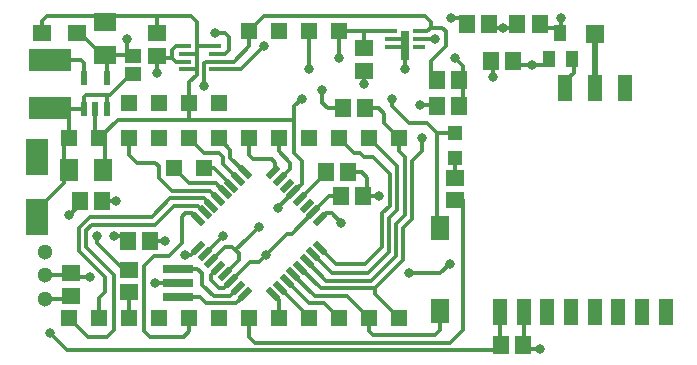
<source format=gtl>
%FSLAX35Y35*%
%MOIN*%
%IN16=KupferobenL2(X.Top)*%
%ADD10C,0.00591*%
%ADD11C,0.00004*%
%ADD12C,0.00154*%
%ADD13C,0.00192*%
%ADD14C,0.00197*%
%ADD15C,0.00200*%
%ADD16C,0.00240*%
%ADD17C,0.00288*%
%ADD18C,0.00300*%
%ADD19C,0.00394*%
%ADD20C,0.00400*%
%ADD21C,0.00450*%
%ADD22C,0.00500*%
%ADD23C,0.00600*%
%ADD24C,0.00787*%
%ADD25C,0.00800*%
%ADD26C,0.01000*%
%ADD27C,0.01024*%
%ADD28C,0.01181*%
%ADD29C,0.01575*%
%ADD30C,0.01969*%
%ADD31C,0.02362*%
%ADD32C,0.03150*%
%ADD33C,0.05000*%
%ADD34C,0.05118*%
%ADD35C,0.07087*%
%ADD36C,0.09843*%
%AMR_37*21,1,0.00591,0.01181,0,0,0.000*%
%ADD37R_37*%
%AMR_38*21,1,0.00600,0.07200,0,0,0.000*%
%ADD38R_38*%
%AMR_39*21,1,0.00787,0.04724,0,0,0.000*%
%ADD39R_39*%
%AMR_40*21,1,0.00788,0.03150,0,0,0.000*%
%ADD40R_40*%
%AMR_41*21,1,0.01181,0.01181,0,0,0.000*%
%ADD41R_41*%
%AMR_42*21,1,0.01250,0.04375,0,0,0.000*%
%ADD42R_42*%
%AMR_43*21,1,0.01400,0.05600,0,0,0.000*%
%ADD43R_43*%
%AMR_44*21,1,0.01574,0.03150,0,0,0.000*%
%ADD44R_44*%
%AMR_45*21,1,0.01574,0.04724,0,0,0.000*%
%ADD45R_45*%
%AMR_46*21,1,0.01800,0.02300,0,0,0.000*%
%ADD46R_46*%
%AMR_47*21,1,0.01969,0.02559,0,0,0.000*%
%ADD47R_47*%
%AMR_48*21,1,0.01969,0.05118,0,0,45.000*%
%ADD48R_48*%
%AMR_49*21,1,0.02000,0.02000,0,0,0.000*%
%ADD49R_49*%
%AMR_50*21,1,0.02165,0.04724,0,0,0.000*%
%ADD50R_50*%
%AMR_51*21,1,0.02500,0.02500,0,0,0.000*%
%ADD51R_51*%
%AMR_52*21,1,0.02500,0.05000,0,0,0.000*%
%ADD52R_52*%
%AMR_53*21,1,0.02559,0.05906,0,0,0.000*%
%ADD53R_53*%
%AMR_54*21,1,0.02756,0.09843,0,0,270.000*%
%ADD54R_54*%
%AMR_55*21,1,0.02953,0.05709,0,0,0.000*%
%ADD55R_55*%
%AMR_56*21,1,0.02953,0.06693,0,0,0.000*%
%ADD56R_56*%
%AMR_57*21,1,0.03150,0.00788,0,0,0.000*%
%ADD57R_57*%
%AMR_58*21,1,0.03150,0.01574,0,0,0.000*%
%ADD58R_58*%
%AMR_59*21,1,0.03750,0.01875,0,0,0.000*%
%ADD59R_59*%
%AMR_60*21,1,0.03937,0.01575,0,0,180.000*%
%ADD60R_60*%
%AMR_61*21,1,0.03937,0.05512,0,0,0.000*%
%ADD61R_61*%
%AMR_62*21,1,0.04600,0.05512,0,0,90.000*%
%ADD62R_62*%
%AMR_63*21,1,0.04600,0.05512,0,0,180.000*%
%ADD63R_63*%
%AMR_64*21,1,0.04724,0.01574,0,0,0.000*%
%ADD64R_64*%
%AMR_65*21,1,0.04724,0.04724,0,0,0.000*%
%ADD65R_65*%
%AMR_66*21,1,0.05118,0.01969,0,0,45.000*%
%ADD66R_66*%
%AMR_67*21,1,0.05118,0.05906,0,0,0.000*%
%ADD67R_67*%
%AMR_68*21,1,0.05118,0.05906,0,0,90.000*%
%ADD68R_68*%
%AMR_69*21,1,0.05118,0.05906,0,0,180.000*%
%ADD69R_69*%
%AMR_70*21,1,0.05118,0.05906,0,0,270.000*%
%ADD70R_70*%
%AMR_71*21,1,0.05118,0.06299,0,0,0.000*%
%ADD71R_71*%
%AMR_72*21,1,0.05118,0.06299,0,0,90.000*%
%ADD72R_72*%
%AMR_73*21,1,0.05118,0.06299,0,0,180.000*%
%ADD73R_73*%
%AMR_74*21,1,0.05315,0.02362,0,0,0.000*%
%ADD74R_74*%
%AMR_75*21,1,0.05512,0.02795,0,0,90.000*%
%ADD75R_75*%
%AMR_76*21,1,0.05512,0.05512,0,0,90.000*%
%ADD76R_76*%
%AMR_77*21,1,0.05512,0.05512,0,0,180.000*%
%ADD77R_77*%
%AMR_78*21,1,0.05512,0.05512,0,0,270.000*%
%ADD78R_78*%
%AMR_79*21,1,0.05600,0.01400,0,0,0.000*%
%ADD79R_79*%
%AMR_80*21,1,0.05709,0.02953,0,0,0.000*%
%ADD80R_80*%
%AMR_81*21,1,0.06299,0.05512,0,0,0.000*%
%ADD81R_81*%
%AMR_82*21,1,0.06299,0.05512,0,0,180.000*%
%ADD82R_82*%
%AMR_83*21,1,0.06299,0.06299,0,0,0.000*%
%ADD83R_83*%
%AMR_84*21,1,0.06299,0.07087,0,0,180.000*%
%ADD84R_84*%
%AMR_85*21,1,0.06299,0.07087,0,0,270.000*%
%ADD85R_85*%
%AMR_86*21,1,0.06693,0.02953,0,0,0.000*%
%ADD86R_86*%
%AMR_87*21,1,0.07087,0.11811,0,0,0.000*%
%ADD87R_87*%
%AMR_88*21,1,0.07087,0.14173,0,0,90.000*%
%ADD88R_88*%
%AMR_89*21,1,0.07200,0.00600,0,0,0.000*%
%ADD89R_89*%
%AMR_90*21,1,0.07874,0.06299,0,0,90.000*%
%ADD90R_90*%
%AMR_91*21,1,0.08661,0.04724,0,0,90.000*%
%ADD91R_91*%
%AMR_92*21,1,0.10625,0.01875,0,0,0.000*%
%ADD92R_92*%
%AMR_93*21,1,0.19685,0.19685,0,0,0.000*%
%ADD93R_93*%
%AMRR_94*21,1,0.03937,0.01260,0,0,0.000*21,1,0.03622,0.01575,0,0,0.000*1,1,0.00315,0.01811,0.00630*1,1,0.00315,-0.01811,-0.00630*1,1,0.00315,0.01811,-0.00630*1,1,0.00315,-0.01811,0.00630*%
%ADD94RR_94*%
G54D28*
X63611Y32836D02*
X67725Y36950D01*
X69986Y36950D01*
X71312Y35625D01*
X72196Y34741D01*
X72196Y32514D01*
X68065Y28382D02*
X72196Y32514D01*
X89738Y54509D02*
X85114Y49885D01*
X78864Y43635D02*
X74801Y39573D01*
X71312Y36084D02*
X71312Y35625D01*
X24375Y83006D02*
X24375Y74375D01*
X25625Y73125D01*
X138125Y74758D02*
X144375Y74758D01*
X58125Y111875D02*
X58125Y103838D01*
X58125Y101279D01*
X63611Y32836D02*
X63611Y32836D01*
X31875Y79375D02*
X55625Y79375D01*
X6594Y108125D02*
X6594Y112219D01*
X8125Y113750D01*
X31875Y79375D02*
X25625Y73125D01*
X74801Y39573D02*
X71312Y36084D01*
X55625Y79375D02*
X90625Y79375D01*
X8125Y113750D02*
X27500Y113750D01*
X27500Y111761D01*
X45000Y113750D02*
X27500Y113750D01*
X56250Y113750D02*
X58125Y111875D01*
X45000Y108115D02*
X45000Y113750D01*
X56250Y113750D01*
X55625Y85000D02*
X55625Y79375D01*
X64394Y103838D02*
X58125Y103838D01*
X54355Y96161D02*
X58125Y96161D01*
X54355Y101279D02*
X58125Y101279D01*
X58125Y96161D01*
X58125Y94375D01*
X55625Y91875D01*
X55625Y85000D01*
X44375Y25000D02*
X51875Y25000D01*
X35237Y40625D02*
X30625Y40625D01*
X35237Y40625D02*
X35237Y39003D01*
X122834Y106250D02*
X127500Y106250D01*
X127500Y103690D01*
X89738Y54509D02*
X93125Y57896D01*
X89738Y54509D02*
X89738Y54509D01*
X93125Y65625D02*
X93125Y57896D01*
X93125Y65625D02*
X90625Y68125D01*
X90625Y79375D01*
X115000Y60000D02*
X115000Y53750D01*
X113740Y53750D01*
X115000Y60000D02*
X113125Y61875D01*
X108740Y61875D01*
X113740Y53750D02*
X115000Y53750D01*
X118750Y53750D01*
X127500Y101250D02*
X127500Y96250D01*
X127500Y106250D02*
X127500Y103690D01*
X95625Y108750D02*
X95625Y96250D01*
X123125Y86250D02*
X123125Y83750D01*
X128750Y78125D01*
X122834Y103690D02*
X127500Y103690D01*
X127500Y101250D01*
X127500Y103690D02*
X127500Y101250D01*
X183750Y95000D02*
X183750Y99419D01*
X183115Y99419D01*
X156884Y93690D02*
X156884Y99062D01*
X156259Y99062D01*
X183750Y95000D02*
X180625Y91875D01*
X180812Y91687D02*
X180812Y89901D01*
X180812Y91687D02*
X180625Y91875D01*
X93125Y86250D02*
X90625Y83750D01*
X90625Y79375D01*
X113750Y91250D02*
X113750Y95634D01*
X128750Y78125D02*
X134758Y78125D01*
X138125Y74758D01*
X138125Y43129D01*
X139375Y43129D01*
X27500Y62500D02*
X27500Y73125D01*
X27500Y62500D02*
X26761Y62500D01*
X27500Y73125D02*
X25625Y73125D01*
X172500Y2790D02*
X166993Y2790D01*
X166993Y4375D01*
X167189Y15098D02*
X167189Y4375D01*
X166993Y4375D01*
X96419Y35063D02*
X103108Y28375D01*
X115250Y28375D01*
X122250Y35375D02*
X115250Y28375D01*
X122250Y46625D02*
X122250Y35375D01*
X122250Y46625D02*
X125000Y49375D01*
X125000Y63750D02*
X125000Y49375D01*
X125000Y63750D02*
X115625Y73125D01*
X98646Y37290D02*
X104687Y31250D01*
X114375Y31250D01*
X120000Y36875D01*
X120000Y48125D02*
X120000Y36875D01*
X120000Y48125D02*
X122500Y50625D01*
X122500Y61250D02*
X122500Y50625D01*
X116875Y66875D02*
X122500Y61250D01*
X116875Y66875D02*
X113750Y66875D01*
X112500Y68125D01*
X110625Y68125D01*
X105625Y73125D01*
X98646Y45601D02*
X101170Y48125D01*
X103125Y48125D01*
X106250Y45000D01*
X128750Y28125D02*
X139375Y28125D01*
X142500Y31250D01*
X40625Y30625D02*
X40625Y8750D01*
X42500Y6875D02*
X40625Y8750D01*
X42500Y6875D02*
X53750Y6875D01*
X55625Y8750D01*
X55625Y13125D01*
X40625Y30625D02*
X43750Y33750D01*
X48750Y33750D02*
X43750Y33750D01*
X48750Y33750D02*
X53125Y38125D01*
X59156Y45601D02*
X56633Y48125D01*
X54375Y48125D02*
X56633Y48125D01*
X54375Y48125D02*
X53125Y46875D01*
X53125Y38125D01*
X91965Y52282D02*
X101259Y61577D01*
X101259Y61875D01*
X65838Y52282D02*
X62495Y55625D01*
X44375Y65000D02*
X38125Y65000D01*
X35625Y67500D01*
X35625Y73125D01*
X35625Y29365D02*
X33759Y29365D01*
X25000Y38125D01*
X25000Y40625D01*
X31250Y52324D02*
X26638Y52324D01*
X44375Y65000D02*
X45625Y63750D01*
X45625Y60000D01*
X50000Y55625D01*
X62495Y55625D01*
X21250Y36875D02*
X30625Y27500D01*
X30625Y9375D01*
X28125Y6875D02*
X30625Y9375D01*
X50625Y50625D02*
X58587Y50625D01*
X61383Y47828D01*
X28125Y6875D02*
X21875Y6875D01*
X15625Y13125D01*
X21250Y36875D02*
X21250Y42500D01*
X23125Y44375D01*
X44375Y44375D01*
X50625Y50625D01*
X18750Y35625D02*
X27500Y26875D01*
X49375Y53125D02*
X60541Y53125D01*
X63611Y50055D01*
X25625Y13125D02*
X25625Y20000D01*
X27500Y21875D01*
X27500Y26875D01*
X18750Y35625D02*
X18750Y43125D01*
X22500Y46875D01*
X43125Y46875D01*
X49375Y53125D01*
X101404Y25625D02*
X94192Y32836D01*
X116250Y25625D02*
X101404Y25625D01*
X116250Y25625D02*
X124500Y33875D01*
X124500Y44500D01*
X127500Y47500D01*
X127500Y66875D01*
X125625Y68750D01*
X125625Y73125D01*
X120625Y78125D01*
X120625Y81250D01*
X118750Y83125D01*
X114365Y83125D01*
X116875Y7500D02*
X115625Y8750D01*
X115625Y13125D01*
X97495Y20625D02*
X89738Y28382D01*
X97495Y20625D02*
X108125Y20625D01*
X115625Y13125D01*
X116875Y7500D02*
X137500Y7500D01*
X139375Y9375D01*
X139375Y15620D01*
X144375Y59990D02*
X144375Y66491D01*
X61383Y35063D02*
X62633Y36383D01*
X66875Y40625D01*
X146875Y9375D02*
X142500Y5000D01*
X77500Y5000D01*
X75625Y6875D01*
X75625Y13125D01*
X146875Y9375D02*
X146875Y52509D01*
X144375Y52509D01*
X60625Y63125D02*
X63904Y63125D01*
X70292Y56736D01*
X60625Y98125D02*
X61220Y98720D01*
X75625Y103750D02*
X75625Y108750D01*
X80625Y113750D01*
X134375Y113750D01*
X60625Y98125D02*
X60625Y90500D01*
X61220Y98720D02*
X64394Y98720D01*
X136875Y92500D02*
X138134Y92500D01*
X132165Y108809D02*
X135059Y108809D01*
X136250Y110000D01*
X136250Y111875D01*
X141250Y108750D02*
X141250Y103750D01*
X136250Y98750D01*
X136250Y92500D02*
X136250Y98750D01*
X136250Y92500D02*
X136875Y92500D01*
X140000Y110000D02*
X136250Y110000D01*
X140000Y110000D02*
X141250Y108750D01*
X136250Y111875D02*
X134375Y113750D01*
X136875Y92500D02*
X138134Y92500D01*
X70595Y98720D02*
X75625Y103750D01*
X64394Y98720D02*
X70595Y98720D01*
X64394Y98720D02*
X70595Y98720D01*
X64450Y58125D02*
X68065Y54509D01*
X64450Y58125D02*
X55625Y58125D01*
X50625Y63125D01*
X138134Y84375D02*
X132500Y84375D01*
X138134Y84375D02*
X138134Y83750D01*
X132165Y106250D02*
X137500Y106250D01*
X64394Y96161D02*
X73036Y96161D01*
X80625Y103750D01*
X160375Y109940D02*
X165009Y109940D01*
X165009Y111250D01*
X160375Y109940D02*
X155615Y109940D01*
X155615Y111250D01*
X85861Y59541D02*
X89375Y63054D01*
X89375Y65000D02*
X89375Y63054D01*
X89375Y65000D02*
X85625Y68750D01*
X85625Y73125D01*
X83057Y21701D02*
X85625Y19133D01*
X85625Y13125D01*
X85284Y23928D02*
X95625Y13587D01*
X95625Y13125D01*
X99450Y23125D02*
X91965Y30609D01*
X130000Y46250D02*
X126875Y43125D01*
X130000Y46250D02*
X130000Y65625D01*
X133125Y68750D01*
X133125Y73125D01*
X163740Y97440D02*
X170044Y97440D01*
X163740Y97440D02*
X163740Y99062D01*
X170044Y97440D02*
X176259Y97440D01*
X175634Y99419D01*
X99450Y23125D02*
X117500Y23125D01*
X126875Y32500D01*
X126875Y43125D01*
X125625Y13125D02*
X117500Y21250D01*
X117500Y23125D01*
X95541Y18125D02*
X87511Y26155D01*
X95541Y18125D02*
X100625Y18125D01*
X105625Y13125D01*
X87511Y26155D02*
X87511Y26488D01*
X87511Y26155D02*
X87511Y26155D01*
X83057Y61191D02*
X84375Y62509D01*
X84375Y65000D01*
X83125Y66250D01*
X76875Y66250D01*
X75625Y67500D01*
X75625Y73125D01*
X74746Y61191D02*
X74746Y60878D01*
X69375Y66562D02*
X74746Y61191D01*
X69375Y66562D02*
X69375Y69375D01*
X65625Y73125D01*
X65625Y68125D02*
X60625Y68125D01*
X55625Y73125D01*
X71942Y59541D02*
X66875Y64608D01*
X66875Y66875D01*
X65625Y68125D01*
X9375Y99124D02*
X19625Y99124D01*
X20634Y98115D01*
X20634Y93243D01*
X20634Y83006D02*
X15000Y83006D01*
X14375Y83006D01*
X11619Y83006D01*
X9375Y83375D01*
X21250Y87500D02*
X28125Y87500D01*
X28125Y83016D02*
X28115Y83006D01*
X28115Y87490D01*
X28125Y87500D01*
X15625Y82381D02*
X15000Y83006D01*
X15625Y73125D02*
X15625Y81756D01*
X14375Y83006D01*
X20634Y83006D02*
X20634Y86884D01*
X21250Y87500D01*
X36375Y94500D02*
X29375Y87500D01*
X36375Y94500D02*
X36875Y94500D01*
X28125Y87500D02*
X29375Y87500D01*
X142875Y113125D02*
X148134Y113125D01*
X148134Y111250D01*
X13750Y62500D02*
X13750Y73125D01*
X13750Y62500D02*
X15738Y62500D01*
X13750Y73125D02*
X15625Y73125D01*
X13750Y62500D02*
X13750Y58125D01*
X5625Y50000D01*
X5000Y50000D01*
X5000Y46875D01*
X9375Y8125D02*
X15000Y2500D01*
X89841Y41250D02*
X96997Y48405D01*
X78750Y31875D02*
X81250Y34375D01*
X88125Y41250D02*
X89841Y41250D01*
X28115Y100123D02*
X28115Y93243D01*
X36636Y100738D02*
X35000Y100738D01*
X36636Y100738D02*
X36875Y100500D01*
X35000Y106250D02*
X35000Y100738D01*
X27500Y100738D01*
X35000Y100500D02*
X36875Y100500D01*
X35000Y100500D02*
X35000Y100738D01*
X19375Y108125D02*
X24375Y103125D01*
X19375Y108125D02*
X18405Y108125D01*
X24375Y103125D02*
X27500Y103125D01*
X27500Y100738D01*
X76011Y31875D02*
X78750Y31875D01*
X68750Y102500D02*
X67529Y101279D01*
X68750Y106875D02*
X68750Y102500D01*
X68750Y106875D02*
X67500Y108125D01*
X64375Y108125D01*
X67261Y23125D02*
X69714Y25578D01*
X67529Y101279D02*
X64394Y101279D01*
X45000Y95000D02*
X45000Y100000D01*
X54355Y98720D02*
X51279Y98720D01*
X50000Y100000D01*
X50000Y102500D01*
X51338Y103838D01*
X54355Y103838D01*
X50000Y100000D02*
X45000Y100000D01*
X45000Y100634D01*
X146875Y83750D02*
X146875Y92500D01*
X146875Y83750D02*
X145615Y83750D01*
X146875Y92500D02*
X145615Y92500D01*
X67261Y23125D02*
X65625Y23125D01*
X88125Y41250D02*
X81250Y34375D01*
X42717Y39003D02*
X47500Y39003D01*
X65838Y30609D02*
X62812Y27584D01*
X62812Y25937D01*
X65625Y23125D01*
X102341Y53750D02*
X106259Y53750D01*
X106884Y83125D02*
X101875Y83125D01*
X100000Y85000D01*
X100000Y89375D01*
X105625Y108809D02*
X113750Y108809D01*
X105625Y108809D02*
X105625Y108750D01*
X105625Y100000D02*
X105625Y108750D01*
X89841Y41250D02*
X96997Y48405D01*
X102341Y53750D01*
X96997Y48405D02*
X96997Y48405D01*
X69714Y25578D02*
X67261Y23125D01*
X69714Y25578D02*
X76011Y31875D01*
X69714Y25578D02*
X69714Y25578D01*
X159315Y15098D02*
X159687Y15625D01*
X146875Y92500D02*
X146875Y97250D01*
X144125Y100000D01*
X113750Y103115D02*
X113750Y108750D01*
X113750Y108809D02*
X122834Y108809D01*
X113750Y108750D02*
X105625Y108750D01*
X113750Y108750D02*
X113750Y108809D01*
X113750Y108750D02*
X113750Y108809D01*
X7500Y19625D02*
X16250Y19625D01*
X16250Y20634D01*
X15625Y47500D02*
X19157Y51032D01*
X19157Y52324D01*
X15000Y2500D02*
X159512Y2500D01*
X159512Y4375D01*
X159315Y15098D02*
X159315Y4375D01*
X159512Y4375D01*
X54375Y34375D02*
X56240Y34375D01*
X59156Y37290D01*
X7500Y27500D02*
X16250Y27500D01*
X16250Y28115D01*
X22500Y26875D02*
X16250Y26875D01*
X16250Y27500D01*
X16250Y28115D01*
X173740Y110000D02*
X179375Y110000D01*
X173740Y110000D02*
X172490Y111250D01*
X179375Y110000D02*
X179375Y108080D01*
X179419Y113065D02*
X179419Y108080D01*
X179375Y108080D01*
X35625Y21884D02*
X35625Y13125D01*
X51875Y20275D02*
X59099Y20275D01*
X61250Y18125D01*
X71170Y18125D01*
X74746Y21701D01*
X51875Y29724D02*
X58400Y29724D01*
X60000Y28125D01*
X60000Y24375D01*
X63750Y20625D01*
X69216Y20625D01*
X72519Y23928D01*
G54D30*
X190812Y89901D02*
X190812Y107812D01*
G54D32*
X172500Y2790D03*
X156884Y93690D03*
X44375Y25000D03*
X78864Y43635D03*
X30625Y40625D03*
X118750Y53750D03*
X85114Y49885D03*
X93125Y86250D03*
X95625Y96250D03*
X127500Y96250D03*
X123125Y86250D03*
X200812Y89901D03*
X180812Y89901D03*
X113750Y91250D03*
X175063Y15098D03*
X190812Y15098D03*
X106250Y45000D03*
X182937Y15098D03*
X128750Y28125D03*
X142500Y31250D03*
X206560Y15098D03*
X25000Y40625D03*
X31250Y52324D03*
X214434Y15098D03*
X66875Y40625D03*
X60625Y90500D03*
X80625Y103750D03*
X132500Y84375D03*
X137500Y106250D03*
X160375Y109940D03*
X133125Y73125D03*
X170044Y97440D03*
X142875Y113125D03*
X144125Y100000D03*
X100000Y89375D03*
X9375Y8125D03*
X35000Y106250D03*
X45000Y95000D03*
X64375Y108125D03*
X81250Y34375D03*
X47500Y39003D03*
X15625Y47500D03*
X105625Y100000D03*
X22500Y26875D03*
X54375Y34375D03*
X179419Y113065D03*
G54D34*
X7500Y19625D03*
X7500Y35374D03*
X7500Y27500D03*
G54D48*
X83634Y21123D03*
X85861Y23350D03*
X88088Y25578D03*
X90315Y27805D03*
X92542Y30032D03*
X94769Y32259D03*
X96997Y34486D03*
X99224Y36713D03*
X74169Y61768D03*
X71942Y59541D03*
X69714Y57314D03*
X67487Y55087D03*
X65260Y52860D03*
X63033Y50633D03*
X60806Y48405D03*
X58579Y46178D03*
G54D50*
X20634Y83006D03*
X24375Y83006D03*
X28115Y83006D03*
X28115Y93243D03*
X20634Y93243D03*
G54D54*
X51875Y29724D03*
X51875Y25000D03*
X51875Y20275D03*
G54D60*
X122834Y108809D03*
X122834Y106250D03*
X122834Y103690D03*
X132165Y103690D03*
X132165Y106250D03*
X132165Y108809D03*
G54D61*
X179375Y108080D03*
X183115Y99419D03*
X175634Y99419D03*
G54D62*
X36875Y94500D03*
X36875Y100500D03*
G54D65*
X144375Y74758D03*
X144375Y66491D03*
G54D66*
X58579Y36713D03*
X60806Y34486D03*
X63033Y32259D03*
X65260Y30032D03*
X67487Y27805D03*
X69714Y25578D03*
X71942Y23350D03*
X74169Y21123D03*
X99224Y46178D03*
X96997Y48405D03*
X94769Y50633D03*
X92542Y52860D03*
X90315Y55087D03*
X88088Y57314D03*
X85861Y59541D03*
X83634Y61768D03*
G54D67*
X35237Y39003D03*
X42717Y39003D03*
X159512Y4375D03*
X166993Y4375D03*
G54D68*
X45000Y100634D03*
X45000Y108115D03*
X113750Y95634D03*
X113750Y103115D03*
G54D69*
X108740Y61875D03*
X101259Y61875D03*
X113740Y53750D03*
X106259Y53750D03*
G54D70*
X35625Y29365D03*
X35625Y21884D03*
G54D71*
X19157Y52324D03*
X26638Y52324D03*
X138134Y92500D03*
X145615Y92500D03*
X138134Y83750D03*
X145615Y83750D03*
X148134Y111250D03*
X155615Y111250D03*
X165009Y111250D03*
X172490Y111250D03*
X106884Y83125D03*
X114365Y83125D03*
G54D72*
X144375Y52509D03*
X144375Y59990D03*
X16250Y20634D03*
X16250Y28115D03*
G54D73*
X163740Y99062D03*
X156259Y99062D03*
G54D75*
X127500Y106250D03*
G54D76*
X15625Y73125D03*
X25625Y73125D03*
X35625Y73125D03*
X45625Y73125D03*
X55625Y73125D03*
X65625Y73125D03*
X75625Y73125D03*
X85625Y73125D03*
X95625Y73125D03*
X105625Y73125D03*
X115625Y73125D03*
X125625Y73125D03*
G54D77*
X65625Y85000D03*
X55625Y85000D03*
X45625Y85000D03*
X35625Y85000D03*
X105625Y108750D03*
X95625Y108750D03*
X85625Y108750D03*
X75625Y108750D03*
G54D78*
X125625Y13125D03*
X115625Y13125D03*
X105625Y13125D03*
X95625Y13125D03*
X85625Y13125D03*
X75625Y13125D03*
X65625Y13125D03*
X55625Y13125D03*
X45625Y13125D03*
X35625Y13125D03*
X25625Y13125D03*
X15625Y13125D03*
X60625Y63125D03*
X50625Y63125D03*
G54D81*
X6594Y108125D03*
G54D82*
X18405Y108125D03*
G54D83*
X190937Y107812D03*
G54D84*
X26761Y62500D03*
X15738Y62500D03*
G54D85*
X27500Y111761D03*
X27500Y100738D03*
G54D87*
X5000Y46875D03*
X5000Y66875D03*
G54D88*
X9375Y99124D03*
X9375Y83375D03*
G54D90*
X139375Y15620D03*
X139375Y43129D03*
G54D91*
X159315Y15098D03*
X167189Y15098D03*
X175063Y15098D03*
X182937Y15098D03*
X190812Y15098D03*
X198686Y15098D03*
X206560Y15098D03*
X214434Y15098D03*
X200812Y89901D03*
X190812Y89901D03*
X180812Y89901D03*
G54D94*
X64394Y103838D03*
X64394Y101279D03*
X64394Y98720D03*
X64394Y96161D03*
X54355Y96161D03*
X54355Y98720D03*
X54355Y101279D03*
X54355Y103838D03*
G36*
X126250Y99375D02*
X126250Y104375D01*
X128750Y104375D01*
X128750Y99375D01*
X126250Y99375D01*
D02*G37*
M02*

</source>
